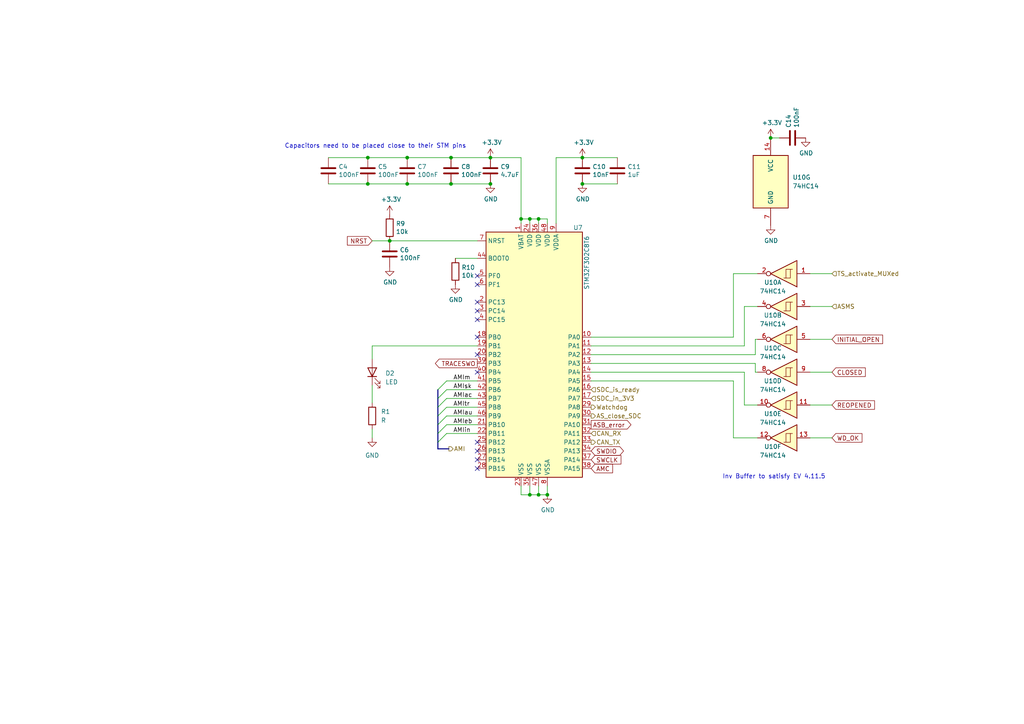
<source format=kicad_sch>
(kicad_sch (version 20211123) (generator eeschema)
  (paper "A4")
  (title_block (title "SDCL - CU") (date "2021-12-16") (rev "v1.0") (company "FaSTTUBe - Formula Student Team TU Berlin") (comment 1 "Car 113") (comment 2 "EBS Electronics") (comment 3 "CU for CAN Bus connection to supervisor"))
  (lib_symbols
    (symbol "74xx:74HC14" (pin_names (offset 1.016))
      (property "Reference" "U" (at 0 1.27 0))
      (property "Value" "74HC14" (at 0 -1.27 0))
      (symbol "74HC14_1_0"
        (polyline (pts (xy -3.81 3.81) (xy -3.81 -3.81) (xy 3.81 0) (xy -3.81 3.81)) (stroke (width 0.254)) (fill (type background)))
        (pin input line (at -7.62 0 0) (length 3.81) (name "~") (number "1"))
        (pin output inverted (at 7.62 0 180) (length 3.81) (name "~") (number "2"))
      )
      (symbol "74HC14_1_1"
        (polyline (pts (xy -1.905 -1.27) (xy -1.905 1.27) (xy -0.635 1.27)))
        (polyline (pts (xy -2.54 -1.27) (xy -0.635 -1.27) (xy -0.635 1.27) (xy 0 1.27)))
      )
      (symbol "74HC14_2_0"
        (polyline (pts (xy -3.81 3.81) (xy -3.81 -3.81) (xy 3.81 0) (xy -3.81 3.81)) (stroke (width 0.254)) (fill (type background)))
        (pin input line (at -7.62 0 0) (length 3.81) (name "~") (number "3"))
        (pin output inverted (at 7.62 0 180) (length 3.81) (name "~") (number "4"))
      )
      (symbol "74HC14_2_1"
        (polyline (pts (xy -1.905 -1.27) (xy -1.905 1.27) (xy -0.635 1.27)))
        (polyline (pts (xy -2.54 -1.27) (xy -0.635 -1.27) (xy -0.635 1.27) (xy 0 1.27)))
      )
      (symbol "74HC14_3_0"
        (polyline (pts (xy -3.81 3.81) (xy -3.81 -3.81) (xy 3.81 0) (xy -3.81 3.81)) (stroke (width 0.254)) (fill (type background)))
        (pin input line (at -7.62 0 0) (length 3.81) (name "~") (number "5"))
        (pin output inverted (at 7.62 0 180) (length 3.81) (name "~") (number "6"))
      )
      (symbol "74HC14_3_1"
        (polyline (pts (xy -1.905 -1.27) (xy -1.905 1.27) (xy -0.635 1.27)))
        (polyline (pts (xy -2.54 -1.27) (xy -0.635 -1.27) (xy -0.635 1.27) (xy 0 1.27)))
      )
      (symbol "74HC14_4_0"
        (polyline (pts (xy -3.81 3.81) (xy -3.81 -3.81) (xy 3.81 0) (xy -3.81 3.81)) (stroke (width 0.254)) (fill (type background)))
        (pin output inverted (at 7.62 0 180) (length 3.81) (name "~") (number "8"))
        (pin input line (at -7.62 0 0) (length 3.81) (name "~") (number "9"))
      )
      (symbol "74HC14_4_1"
        (polyline (pts (xy -1.905 -1.27) (xy -1.905 1.27) (xy -0.635 1.27)))
        (polyline (pts (xy -2.54 -1.27) (xy -0.635 -1.27) (xy -0.635 1.27) (xy 0 1.27)))
      )
      (symbol "74HC14_5_0"
        (polyline (pts (xy -3.81 3.81) (xy -3.81 -3.81) (xy 3.81 0) (xy -3.81 3.81)) (stroke (width 0.254)) (fill (type background)))
        (pin output inverted (at 7.62 0 180) (length 3.81) (name "~") (number "10"))
        (pin input line (at -7.62 0 0) (length 3.81) (name "~") (number "11"))
      )
      (symbol "74HC14_5_1"
        (polyline (pts (xy -1.905 -1.27) (xy -1.905 1.27) (xy -0.635 1.27)))
        (polyline (pts (xy -2.54 -1.27) (xy -0.635 -1.27) (xy -0.635 1.27) (xy 0 1.27)))
      )
      (symbol "74HC14_6_0"
        (polyline (pts (xy -3.81 3.81) (xy -3.81 -3.81) (xy 3.81 0) (xy -3.81 3.81)) (stroke (width 0.254)) (fill (type background)))
        (pin output inverted (at 7.62 0 180) (length 3.81) (name "~") (number "12"))
        (pin input line (at -7.62 0 0) (length 3.81) (name "~") (number "13"))
      )
      (symbol "74HC14_6_1"
        (polyline (pts (xy -1.905 -1.27) (xy -1.905 1.27) (xy -0.635 1.27)))
        (polyline (pts (xy -2.54 -1.27) (xy -0.635 -1.27) (xy -0.635 1.27) (xy 0 1.27)))
      )
      (symbol "74HC14_7_0"
        (pin power_in line (at 0 12.7 270) (length 5.08) (name "VCC") (number "14"))
        (pin power_in line (at 0 -12.7 90) (length 5.08) (name "GND") (number "7"))
      )
      (symbol "74HC14_7_1"
        (rectangle (start -5.08 7.62) (end 5.08 -7.62) (stroke (width 0.254)) (fill (type background)))
      )
    )
    (symbol "Device:C" (pin_numbers hide) (pin_names (offset 0.254))
      (property "Reference" "C" (at 0.635 2.54 0))
      (property "Value" "C" (at 0.635 -2.54 0))
      (symbol "C_0_1"
        (polyline (pts (xy -2.032 -0.762) (xy 2.032 -0.762)) (stroke (width 0.508)))
        (polyline (pts (xy -2.032 0.762) (xy 2.032 0.762)) (stroke (width 0.508)))
      )
      (symbol "C_1_1"
        (pin passive line (at 0 3.81 270) (length 2.794) (name "~") (number "1"))
        (pin passive line (at 0 -3.81 90) (length 2.794) (name "~") (number "2"))
      )
    )
    (symbol "Device:LED" (pin_numbers hide) (pin_names (offset 1.016) hide)
      (property "Reference" "D" (at 0 2.54 0))
      (property "Value" "LED" (at 0 -2.54 0))
      (symbol "LED_0_1"
        (polyline (pts (xy -1.27 -1.27) (xy -1.27 1.27)) (stroke (width 0.254)))
        (polyline (pts (xy -1.27 0) (xy 1.27 0)))
        (polyline (pts (xy 1.27 -1.27) (xy 1.27 1.27) (xy -1.27 0) (xy 1.27 -1.27)) (stroke (width 0.254)))
        (polyline (pts (xy -3.048 -0.762) (xy -4.572 -2.286) (xy -3.81 -2.286) (xy -4.572 -2.286) (xy -4.572 -1.524)))
        (polyline (pts (xy -1.778 -0.762) (xy -3.302 -2.286) (xy -2.54 -2.286) (xy -3.302 -2.286) (xy -3.302 -1.524)))
      )
      (symbol "LED_1_1"
        (pin passive line (at -3.81 0 0) (length 2.54) (name "K") (number "1"))
        (pin passive line (at 3.81 0 180) (length 2.54) (name "A") (number "2"))
      )
    )
    (symbol "Device:R" (pin_numbers hide) (pin_names (offset 0))
      (property "Reference" "R" (at 2.032 0 90))
      (property "Value" "R" (at 0 0 90))
      (symbol "R_0_1"
        (rectangle (start -1.016 -2.54) (end 1.016 2.54) (stroke (width 0.254)))
      )
      (symbol "R_1_1"
        (pin passive line (at 0 3.81 270) (length 1.27) (name "~") (number "1"))
        (pin passive line (at 0 -3.81 90) (length 1.27) (name "~") (number "2"))
      )
    )
    (symbol "MCU_ST_STM32F3:STM32F302C8Tx"
      (property "Reference" "U" (at -15.24 36.83 0))
      (property "Value" "STM32F302C8Tx" (at 7.62 36.83 0))
      (symbol "STM32F302C8Tx_0_1"
        (rectangle (start -15.24 -35.56) (end 12.7 35.56) (stroke (width 0.254)) (fill (type background)))
      )
      (symbol "STM32F302C8Tx_1_1"
        (pin power_in line (at -5.08 38.1 270) (length 2.54) (name "VBAT") (number "1"))
        (pin bidirectional line (at 15.24 5.08 180) (length 2.54) (name "PA0") (number "10"))
        (pin bidirectional line (at 15.24 2.54 180) (length 2.54) (name "PA1") (number "11"))
        (pin bidirectional line (at 15.24 0 180) (length 2.54) (name "PA2") (number "12"))
        (pin bidirectional line (at 15.24 -2.54 180) (length 2.54) (name "PA3") (number "13"))
        (pin bidirectional line (at 15.24 -5.08 180) (length 2.54) (name "PA4") (number "14"))
        (pin bidirectional line (at 15.24 -7.62 180) (length 2.54) (name "PA5") (number "15"))
        (pin bidirectional line (at 15.24 -10.16 180) (length 2.54) (name "PA6") (number "16"))
        (pin bidirectional line (at 15.24 -12.7 180) (length 2.54) (name "PA7") (number "17"))
        (pin bidirectional line (at -17.78 5.08 0) (length 2.54) (name "PB0") (number "18"))
        (pin bidirectional line (at -17.78 2.54 0) (length 2.54) (name "PB1") (number "19"))
        (pin bidirectional line (at -17.78 15.24 0) (length 2.54) (name "PC13") (number "2"))
        (pin bidirectional line (at -17.78 0 0) (length 2.54) (name "PB2") (number "20"))
        (pin bidirectional line (at -17.78 -20.32 0) (length 2.54) (name "PB10") (number "21"))
        (pin bidirectional line (at -17.78 -22.86 0) (length 2.54) (name "PB11") (number "22"))
        (pin power_in line (at -5.08 -38.1 90) (length 2.54) (name "VSS") (number "23"))
        (pin power_in line (at -2.54 38.1 270) (length 2.54) (name "VDD") (number "24"))
        (pin bidirectional line (at -17.78 -25.4 0) (length 2.54) (name "PB12") (number "25"))
        (pin bidirectional line (at -17.78 -27.94 0) (length 2.54) (name "PB13") (number "26"))
        (pin bidirectional line (at -17.78 -30.48 0) (length 2.54) (name "PB14") (number "27"))
        (pin bidirectional line (at -17.78 -33.02 0) (length 2.54) (name "PB15") (number "28"))
        (pin bidirectional line (at 15.24 -15.24 180) (length 2.54) (name "PA8") (number "29"))
        (pin bidirectional line (at -17.78 12.7 0) (length 2.54) (name "PC14") (number "3"))
        (pin bidirectional line (at 15.24 -17.78 180) (length 2.54) (name "PA9") (number "30"))
        (pin bidirectional line (at 15.24 -20.32 180) (length 2.54) (name "PA10") (number "31"))
        (pin bidirectional line (at 15.24 -22.86 180) (length 2.54) (name "PA11") (number "32"))
        (pin bidirectional line (at 15.24 -25.4 180) (length 2.54) (name "PA12") (number "33"))
        (pin bidirectional line (at 15.24 -27.94 180) (length 2.54) (name "PA13") (number "34"))
        (pin power_in line (at -2.54 -38.1 90) (length 2.54) (name "VSS") (number "35"))
        (pin power_in line (at 0 38.1 270) (length 2.54) (name "VDD") (number "36"))
        (pin bidirectional line (at 15.24 -30.48 180) (length 2.54) (name "PA14") (number "37"))
        (pin bidirectional line (at 15.24 -33.02 180) (length 2.54) (name "PA15") (number "38"))
        (pin bidirectional line (at -17.78 -2.54 0) (length 2.54) (name "PB3") (number "39"))
        (pin bidirectional line (at -17.78 10.16 0) (length 2.54) (name "PC15") (number "4"))
        (pin bidirectional line (at -17.78 -5.08 0) (length 2.54) (name "PB4") (number "40"))
        (pin bidirectional line (at -17.78 -7.62 0) (length 2.54) (name "PB5") (number "41"))
        (pin bidirectional line (at -17.78 -10.16 0) (length 2.54) (name "PB6") (number "42"))
        (pin bidirectional line (at -17.78 -12.7 0) (length 2.54) (name "PB7") (number "43"))
        (pin input line (at -17.78 27.94 0) (length 2.54) (name "BOOT0") (number "44"))
        (pin bidirectional line (at -17.78 -15.24 0) (length 2.54) (name "PB8") (number "45"))
        (pin bidirectional line (at -17.78 -17.78 0) (length 2.54) (name "PB9") (number "46"))
        (pin power_in line (at 0 -38.1 90) (length 2.54) (name "VSS") (number "47"))
        (pin power_in line (at 2.54 38.1 270) (length 2.54) (name "VDD") (number "48"))
        (pin input line (at -17.78 22.86 0) (length 2.54) (name "PF0") (number "5"))
        (pin input line (at -17.78 20.32 0) (length 2.54) (name "PF1") (number "6"))
        (pin input line (at -17.78 33.02 0) (length 2.54) (name "NRST") (number "7"))
        (pin power_in line (at 2.54 -38.1 90) (length 2.54) (name "VSSA") (number "8"))
        (pin power_in line (at 5.08 38.1 270) (length 2.54) (name "VDDA") (number "9"))
      )
    )
    (symbol "power:+3.3V" (power) (pin_names (offset 0))
      (property "Value" "+3.3V" (at 0 3.556 0))
      (symbol "+3.3V_0_1"
        (polyline (pts (xy -0.762 1.27) (xy 0 2.54)))
        (polyline (pts (xy 0 0) (xy 0 2.54)))
        (polyline (pts (xy 0 2.54) (xy 0.762 1.27)))
      )
      (symbol "+3.3V_1_1"
        (pin power_in line (at 0 0 90) (length 0) hide (name "+3.3V") (number "1"))
      )
    )
    (symbol "power:GND" (power) (pin_names (offset 0))
      (property "Value" "GND" (at 0 -3.81 0))
      (symbol "GND_0_1"
        (polyline (pts (xy 0 0) (xy 0 -1.27) (xy 1.27 -1.27) (xy 0 -2.54) (xy -1.27 -1.27) (xy 0 -1.27)))
      )
      (symbol "GND_1_1"
        (pin power_in line (at 0 0 270) (length 0) hide (name "GND") (number "1"))
      )
    )
  )
  (junction (at 223.52 40.005))
  (junction (at 106.68 45.72))
  (junction (at 142.24 53.34))
  (junction (at 118.11 45.72))
  (junction (at 118.11 53.34))
  (junction (at 106.68 53.34))
  (junction (at 153.67 63.5))
  (junction (at 168.91 45.72))
  (junction (at 130.81 53.34))
  (junction (at 142.24 45.72))
  (junction (at 158.75 143.51))
  (junction (at 113.03 69.85))
  (junction (at 156.21 63.5))
  (junction (at 153.67 143.51))
  (junction (at 151.13 63.5))
  (junction (at 130.81 45.72))
  (junction (at 156.21 143.51))
  (junction (at 168.91 53.34))
  (no_connect (at 138.43 133.35))
  (no_connect (at 138.43 82.55))
  (no_connect (at 138.43 87.63))
  (no_connect (at 138.43 92.71))
  (no_connect (at 138.43 128.27))
  (no_connect (at 138.43 80.01))
  (no_connect (at 138.43 90.17))
  (no_connect (at 138.43 97.79))
  (no_connect (at 138.43 102.87))
  (no_connect (at 138.43 130.81))
  (no_connect (at 138.43 107.95))
  (no_connect (at 138.43 135.89))
  (bus_entry (at 127 118.11) (size 2.54 -2.54))
  (bus_entry (at 127 120.65) (size 2.54 -2.54))
  (bus_entry (at 127 123.19) (size 2.54 -2.54))
  (bus_entry (at 127 125.73) (size 2.54 -2.54))
  (bus_entry (at 127 128.27) (size 2.54 -2.54))
  (bus_entry (at 127 113.03) (size 2.54 -2.54))
  (bus_entry (at 127 115.57) (size 2.54 -2.54))
  (wire (pts (xy 153.67 63.5) (xy 153.67 64.77)))
  (wire (pts (xy 212.725 79.375) (xy 219.71 79.375)))
  (wire (pts (xy 158.75 63.5) (xy 156.21 63.5)))
  (wire (pts (xy 107.95 104.14) (xy 107.95 100.33)))
  (wire (pts (xy 161.29 45.72) (xy 161.29 64.77)))
  (wire (pts (xy 129.54 120.65) (xy 138.43 120.65)))
  (wire (pts (xy 153.67 140.97) (xy 153.67 143.51)))
  (wire (pts (xy 219.71 88.9) (xy 215.9 88.9)))
  (wire (pts (xy 156.21 140.97) (xy 156.21 143.51)))
  (wire (pts (xy 158.75 64.77) (xy 158.75 63.5)))
  (wire (pts (xy 107.95 111.76) (xy 107.95 116.84)))
  (wire (pts (xy 158.75 143.51) (xy 156.21 143.51)))
  (wire (pts (xy 219.075 98.425) (xy 219.075 102.87)))
  (wire (pts (xy 130.81 53.34) (xy 142.24 53.34)))
  (wire (pts (xy 129.54 118.11) (xy 138.43 118.11)))
  (bus (pts (xy 127 113.03) (xy 127 115.57)))
  (wire (pts (xy 107.95 100.33) (xy 138.43 100.33)))
  (wire (pts (xy 168.91 53.34) (xy 179.07 53.34)))
  (wire (pts (xy 219.075 98.425) (xy 219.71 98.425)))
  (wire (pts (xy 142.24 45.72) (xy 151.13 45.72)))
  (wire (pts (xy 107.95 69.85) (xy 113.03 69.85)))
  (wire (pts (xy 156.21 63.5) (xy 153.67 63.5)))
  (bus (pts (xy 127 130.175) (xy 130.175 130.175)))
  (wire (pts (xy 212.725 127) (xy 212.725 110.49)))
  (bus (pts (xy 127 128.27) (xy 127 130.175)))
  (bus (pts (xy 127 118.11) (xy 127 120.65)))
  (wire (pts (xy 129.54 125.73) (xy 138.43 125.73)))
  (wire (pts (xy 219.075 107.95) (xy 219.075 105.41)))
  (wire (pts (xy 234.95 127) (xy 241.3 127)))
  (wire (pts (xy 226.06 40.005) (xy 223.52 40.005)))
  (wire (pts (xy 161.29 45.72) (xy 168.91 45.72)))
  (bus (pts (xy 127 115.57) (xy 127 118.11)))
  (wire (pts (xy 219.71 117.475) (xy 215.9 117.475)))
  (wire (pts (xy 171.45 97.79) (xy 212.725 97.79)))
  (wire (pts (xy 113.03 69.85) (xy 138.43 69.85)))
  (wire (pts (xy 158.75 140.97) (xy 158.75 143.51)))
  (wire (pts (xy 219.075 102.87) (xy 171.45 102.87)))
  (wire (pts (xy 215.9 100.33) (xy 171.45 100.33)))
  (wire (pts (xy 129.54 115.57) (xy 138.43 115.57)))
  (wire (pts (xy 212.725 97.79) (xy 212.725 79.375)))
  (wire (pts (xy 168.91 45.72) (xy 179.07 45.72)))
  (bus (pts (xy 127 123.19) (xy 127 125.73)))
  (wire (pts (xy 156.21 143.51) (xy 153.67 143.51)))
  (wire (pts (xy 215.9 88.9) (xy 215.9 100.33)))
  (wire (pts (xy 129.54 110.49) (xy 138.43 110.49)))
  (wire (pts (xy 107.95 127) (xy 107.95 124.46)))
  (bus (pts (xy 127 125.73) (xy 127 128.27)))
  (wire (pts (xy 215.9 117.475) (xy 215.9 107.95)))
  (wire (pts (xy 234.95 117.475) (xy 241.3 117.475)))
  (wire (pts (xy 234.95 107.95) (xy 241.3 107.95)))
  (wire (pts (xy 219.075 105.41) (xy 171.45 105.41)))
  (bus (pts (xy 127 120.65) (xy 127 123.19)))
  (wire (pts (xy 129.54 123.19) (xy 138.43 123.19)))
  (wire (pts (xy 129.54 113.03) (xy 138.43 113.03)))
  (wire (pts (xy 132.08 74.93) (xy 138.43 74.93)))
  (wire (pts (xy 234.95 98.425) (xy 241.3 98.425)))
  (wire (pts (xy 219.075 107.95) (xy 219.71 107.95)))
  (wire (pts (xy 95.25 53.34) (xy 106.68 53.34)))
  (wire (pts (xy 151.13 140.97) (xy 151.13 143.51)))
  (wire (pts (xy 106.68 45.72) (xy 118.11 45.72)))
  (wire (pts (xy 219.71 127) (xy 212.725 127)))
  (wire (pts (xy 151.13 143.51) (xy 153.67 143.51)))
  (wire (pts (xy 106.68 53.34) (xy 118.11 53.34)))
  (wire (pts (xy 215.9 107.95) (xy 171.45 107.95)))
  (wire (pts (xy 234.95 79.375) (xy 241.3 79.375)))
  (wire (pts (xy 234.95 88.9) (xy 241.3 88.9)))
  (wire (pts (xy 106.68 45.72) (xy 95.25 45.72)))
  (wire (pts (xy 212.725 110.49) (xy 171.45 110.49)))
  (wire (pts (xy 151.13 63.5) (xy 151.13 64.77)))
  (wire (pts (xy 151.13 45.72) (xy 151.13 63.5)))
  (wire (pts (xy 118.11 53.34) (xy 130.81 53.34)))
  (wire (pts (xy 156.21 64.77) (xy 156.21 63.5)))
  (wire (pts (xy 153.67 63.5) (xy 151.13 63.5)))
  (wire (pts (xy 118.11 45.72) (xy 130.81 45.72)))
  (wire (pts (xy 130.81 45.72) (xy 142.24 45.72)))
  (text "Capacitors need to be placed close to their STM pins" (at 82.55 43.18 0) (effects (font (size 1.27 1.27)) (justify left bottom)))
  (text "Inv Buffer to satisfy EV 4.11.5" (at 209.55 139.065 0) (effects (font (size 1.27 1.27)) (justify left bottom)))
  (label "AMIsk" (at 131.445 113.03 0))
  (label "AMIm" (at 131.445 110.49 0))
  (label "AMIac" (at 131.445 115.57 0))
  (label "AMIau" (at 131.445 120.65 0))
  (label "AMIin" (at 131.445 125.73 0))
  (label "AMIeb" (at 131.445 123.19 0))
  (label "AMItr" (at 131.445 118.11 0))
  (global_label "REOPENED" (shape input) (at 241.3 117.475 0) (property "Intersheet References" "${INTERSHEET_REFS}" (effects hide)))
  (global_label "CLOSED" (shape input) (at 241.3 107.95 0) (property "Intersheet References" "${INTERSHEET_REFS}" (effects hide)))
  (global_label "WD_OK" (shape input) (at 241.3 127 0) (property "Intersheet References" "${INTERSHEET_REFS}" (effects hide)))
  (global_label "ASB_error" (shape output) (at 171.45 123.19 0) (property "Intersheet References" "${INTERSHEET_REFS}" (effects hide)))
  (global_label "SWDIO" (shape bidirectional) (at 171.45 130.81 0) (property "Intersheet References" "${INTERSHEET_REFS}" (effects hide)))
  (global_label "INITIAL_OPEN" (shape input) (at 241.3 98.425 0) (property "Intersheet References" "${INTERSHEET_REFS}" (effects hide)))
  (global_label "NRST" (shape input) (at 107.95 69.85 180) (property "Intersheet References" "${INTERSHEET_REFS}" (effects hide)))
  (global_label "AMC" (shape input) (at 171.45 135.89 0) (property "Intersheet References" "${INTERSHEET_REFS}" (effects hide)))
  (global_label "TRACESWO" (shape output) (at 138.43 105.41 180) (property "Intersheet References" "${INTERSHEET_REFS}" (effects hide)))
  (global_label "SWCLK" (shape input) (at 171.45 133.35 0) (property "Intersheet References" "${INTERSHEET_REFS}" (effects hide)))
  (hierarchical_label "SDC_is_ready" (shape input) (at 171.45 113.03 0))
  (hierarchical_label "CAN_RX" (shape input) (at 171.45 125.73 0))
  (hierarchical_label "CAN_TX" (shape output) (at 171.45 128.27 0))
  (hierarchical_label "ASMS" (shape input) (at 241.3 88.9 0))
  (hierarchical_label "AS_close_SDC" (shape output) (at 171.45 120.65 0))
  (hierarchical_label "TS_activate_MUXed" (shape input) (at 241.3 79.375 0))
  (hierarchical_label "Watchdog" (shape output) (at 171.45 118.11 0))
  (hierarchical_label "SDC_in_3V3" (shape input) (at 171.45 115.57 0))
  (hierarchical_label "AMI" (shape output) (at 130.175 130.175 0))
  (symbol (lib_id "Device:C") (at 130.81 49.53 0) (unit 1)
    (property "Reference" "C8" (at 133.731 48.3616 0) (effects (justify left)))
    (property "Value" "100nF" (at 133.731 50.673 0) (effects (justify left)))
    (property "Footprint" "Capacitor_SMD:C_0603_1608Metric_Pad1.05x0.95mm_HandSolder" (effects hide))
  )
  (symbol (lib_id "Device:C") (at 142.24 49.53 0) (unit 1)
    (property "Reference" "C9" (at 145.161 48.3616 0) (effects (justify left)))
    (property "Value" "4.7uF" (at 145.161 50.673 0) (effects (justify left)))
    (property "Footprint" "Capacitor_SMD:C_0603_1608Metric_Pad1.05x0.95mm_HandSolder" (effects hide))
  )
  (symbol (lib_id "Device:C") (at 118.11 49.53 0) (unit 1)
    (property "Reference" "C7" (at 121.031 48.3616 0) (effects (justify left)))
    (property "Value" "100nF" (at 121.031 50.673 0) (effects (justify left)))
    (property "Footprint" "Capacitor_SMD:C_0603_1608Metric_Pad1.05x0.95mm_HandSolder" (effects hide))
  )
  (symbol (lib_id "Device:C") (at 106.68 49.53 0) (unit 1)
    (property "Reference" "C5" (at 109.601 48.3616 0) (effects (justify left)))
    (property "Value" "100nF" (at 109.601 50.673 0) (effects (justify left)))
    (property "Footprint" "Capacitor_SMD:C_0603_1608Metric_Pad1.05x0.95mm_HandSolder" (effects hide))
  )
  (symbol (lib_id "Device:C") (at 95.25 49.53 0) (unit 1)
    (property "Reference" "C4" (at 98.171 48.3616 0) (effects (justify left)))
    (property "Value" "100nF" (at 98.171 50.673 0) (effects (justify left)))
    (property "Footprint" "Capacitor_SMD:C_0603_1608Metric_Pad1.05x0.95mm_HandSolder" (effects hide))
  )
  (symbol (lib_id "power:GND") (at 142.24 53.34 0) (unit 1)
    (property "Reference" "#PWR0133" (effects hide))
    (property "Value" "GND" (at 142.367 57.7342 0))
  )
  (symbol (lib_id "power:GND") (at 158.75 143.51 0) (unit 1)
    (property "Reference" "#PWR0140" (effects hide))
    (property "Value" "GND" (at 158.877 147.9042 0))
  )
  (symbol (lib_id "Device:C") (at 168.91 49.53 0) (unit 1)
    (property "Reference" "C10" (at 171.831 48.3616 0) (effects (justify left)))
    (property "Value" "10nF" (at 171.831 50.673 0) (effects (justify left)))
    (property "Footprint" "Capacitor_SMD:C_0603_1608Metric_Pad1.05x0.95mm_HandSolder" (effects hide))
  )
  (symbol (lib_id "Device:C") (at 179.07 49.53 0) (unit 1)
    (property "Reference" "C11" (at 181.991 48.3616 0) (effects (justify left)))
    (property "Value" "1uF" (at 181.991 50.673 0) (effects (justify left)))
    (property "Footprint" "Capacitor_SMD:C_0603_1608Metric_Pad1.05x0.95mm_HandSolder" (effects hide))
  )
  (symbol (lib_id "power:GND") (at 168.91 53.34 0) (unit 1)
    (property "Reference" "#PWR0134" (effects hide))
    (property "Value" "GND" (at 169.037 57.7342 0))
  )
  (symbol (lib_id "Device:R") (at 132.08 78.74 0) (unit 1)
    (property "Reference" "R10" (at 133.858 77.5716 0) (effects (justify left)))
    (property "Value" "10k" (at 133.858 79.883 0) (effects (justify left)))
    (property "Footprint" "Resistor_SMD:R_0603_1608Metric_Pad1.05x0.95mm_HandSolder" (effects hide))
  )
  (symbol (lib_id "MCU_ST_STM32F3:STM32F302C8Tx") (at 156.21 102.87 0) (unit 1)
    (property "Reference" "U7" (at 167.64 66.04 0))
    (property "Value" "STM32F302C8T6" (at 170.18 76.2 90))
    (property "Footprint" "Package_QFP:LQFP-48_7x7mm_P0.5mm" (effects hide))
    (property "Datasheet" "http://www.st.com/st-web-ui/static/active/en/resource/technical/document/datasheet/DM00093333.pdf" (effects hide))
  )
  (symbol (lib_id "power:GND") (at 132.08 82.55 0) (unit 1)
    (property "Reference" "#PWR0136" (effects hide))
    (property "Value" "GND" (at 132.207 86.9442 0))
  )
  (symbol (lib_id "Device:R") (at 113.03 66.04 0) (unit 1)
    (property "Reference" "R9" (at 114.808 64.8716 0) (effects (justify left)))
    (property "Value" "10k" (at 114.808 67.183 0) (effects (justify left)))
    (property "Footprint" "Resistor_SMD:R_0603_1608Metric_Pad1.05x0.95mm_HandSolder" (effects hide))
  )
  (symbol (lib_id "Device:C") (at 113.03 73.66 0) (unit 1)
    (property "Reference" "C6" (at 115.951 72.4916 0) (effects (justify left)))
    (property "Value" "100nF" (at 115.951 74.803 0) (effects (justify left)))
    (property "Footprint" "Capacitor_SMD:C_0603_1608Metric_Pad1.05x0.95mm_HandSolder" (effects hide))
  )
  (symbol (lib_id "power:GND") (at 113.03 77.47 0) (unit 1)
    (property "Reference" "#PWR0135" (effects hide))
    (property "Value" "GND" (at 113.157 81.8642 0))
  )
  (symbol (lib_id "power:+3.3V") (at 142.24 45.72 0) (unit 1)
    (property "Reference" "#PWR0137" (effects hide))
    (property "Value" "+3.3V" (at 142.621 41.3258 0))
  )
  (symbol (lib_id "power:+3.3V") (at 168.91 45.72 0) (unit 1)
    (property "Reference" "#PWR0138" (effects hide))
    (property "Value" "+3.3V" (at 169.291 41.3258 0))
  )
  (symbol (lib_id "power:+3.3V") (at 113.03 62.23 0) (unit 1)
    (property "Reference" "#PWR0139" (effects hide))
    (property "Value" "+3.3V" (at 113.411 57.8358 0))
  )
  (symbol (lib_id "74xx:74HC14") (at 227.33 127 180) (unit 6)
    (property "Reference" "U10" (at 224.155 129.54 0))
    (property "Value" "74HC14" (at 224.155 132.08 0))
    (property "Footprint" "Package_SO:SOIC-14_3.9x8.7mm_P1.27mm" (effects hide))
    (property "Datasheet" "http://www.ti.com/lit/gpn/sn74HC14" (effects hide))
  )
  (symbol (lib_id "74xx:74HC14") (at 223.52 52.705 0) (unit 7)
    (property "Reference" "U10" (at 229.87 51.4349 0) (effects (justify left)))
    (property "Value" "74HC14" (at 229.87 53.9749 0) (effects (justify left)))
    (property "Footprint" "Package_SO:SOIC-14_3.9x8.7mm_P1.27mm" (effects hide))
    (property "Datasheet" "http://www.ti.com/lit/gpn/sn74HC14" (effects hide))
  )
  (symbol (lib_id "74xx:74HC14") (at 227.33 107.95 180) (unit 4)
    (property "Reference" "U10" (at 224.155 110.49 0))
    (property "Value" "74HC14" (at 224.155 113.03 0))
    (property "Footprint" "Package_SO:SOIC-14_3.9x8.7mm_P1.27mm" (effects hide))
    (property "Datasheet" "http://www.ti.com/lit/gpn/sn74HC14" (effects hide))
  )
  (symbol (lib_id "power:GND") (at 223.52 65.405 0) (unit 1)
    (property "Reference" "#PWR03" (effects hide))
    (property "Value" "GND" (at 223.647 69.7992 0))
  )
  (symbol (lib_id "power:GND") (at 233.68 40.005 0) (unit 1)
    (property "Reference" "#PWR04" (effects hide))
    (property "Value" "GND" (at 233.807 44.3992 0))
  )
  (symbol (lib_id "74xx:74HC14") (at 227.33 98.425 180) (unit 3)
    (property "Reference" "U10" (at 224.155 100.965 0))
    (property "Value" "74HC14" (at 224.155 103.505 0))
    (property "Footprint" "Package_SO:SOIC-14_3.9x8.7mm_P1.27mm" (effects hide))
    (property "Datasheet" "http://www.ti.com/lit/gpn/sn74HC14" (effects hide))
  )
  (symbol (lib_id "Device:LED") (at 107.95 107.95 90) (unit 1)
    (property "Reference" "D2" (at 111.76 108.2674 90) (effects (justify right)))
    (property "Value" "LED" (at 111.76 110.8074 90) (effects (justify right)))
    (property "Footprint" "LED_THT:LED_D5.0mm_Clear" (effects hide))
  )
  (symbol (lib_id "Device:R") (at 107.95 120.65 0) (unit 1)
    (property "Reference" "R1" (at 110.49 119.3799 0) (effects (justify left)))
    (property "Value" "R" (at 110.49 121.9199 0) (effects (justify left)))
    (property "Footprint" "Resistor_SMD:R_0603_1608Metric_Pad1.05x0.95mm_HandSolder" (effects hide))
  )
  (symbol (lib_id "power:GND") (at 107.95 127 0) (unit 1)
    (property "Reference" "#PWR01" (effects hide))
    (property "Value" "GND" (at 107.95 132.08 0))
  )
  (symbol (lib_id "74xx:74HC14") (at 227.33 79.375 180) (unit 1)
    (property "Reference" "U10" (at 224.155 81.915 0))
    (property "Value" "74HC14" (at 224.155 84.455 0))
    (property "Footprint" "Package_SO:SOIC-14_3.9x8.7mm_P1.27mm" (effects hide))
    (property "Datasheet" "http://www.ti.com/lit/gpn/sn74HC14" (effects hide))
  )
  (symbol (lib_id "74xx:74HC14") (at 227.33 88.9 180) (unit 2)
    (property "Reference" "U10" (at 224.155 91.44 0))
    (property "Value" "74HC14" (at 224.155 93.98 0))
    (property "Footprint" "Package_SO:SOIC-14_3.9x8.7mm_P1.27mm" (effects hide))
    (property "Datasheet" "http://www.ti.com/lit/gpn/sn74HC14" (effects hide))
  )
  (symbol (lib_id "power:+3.3V") (at 223.52 40.005 0) (unit 1)
    (property "Reference" "#PWR02" (effects hide))
    (property "Value" "+3.3V" (at 223.901 35.6108 0))
  )
  (symbol (lib_id "Device:C") (at 229.87 40.005 90) (unit 1)
    (property "Reference" "C14" (at 228.7016 37.084 0) (effects (justify left)))
    (property "Value" "100nF" (at 231.013 37.084 0) (effects (justify left)))
    (property "Footprint" "Capacitor_SMD:C_0603_1608Metric_Pad1.05x0.95mm_HandSolder" (effects hide))
  )
  (symbol (lib_id "74xx:74HC14") (at 227.33 117.475 180) (unit 5)
    (property "Reference" "U10" (at 224.155 120.015 0))
    (property "Value" "74HC14" (at 224.155 122.555 0))
    (property "Footprint" "Package_SO:SOIC-14_3.9x8.7mm_P1.27mm" (effects hide))
    (property "Datasheet" "http://www.ti.com/lit/gpn/sn74HC14" (effects hide))
  )
)
</source>
